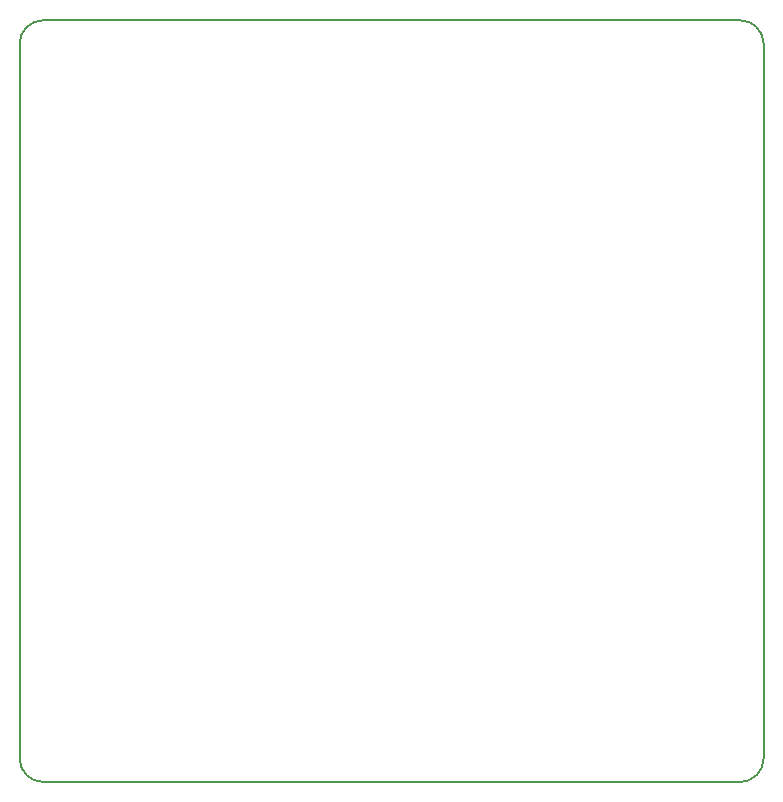
<source format=gbr>
G04 #@! TF.FileFunction,Profile,NP*
%FSLAX46Y46*%
G04 Gerber Fmt 4.6, Leading zero omitted, Abs format (unit mm)*
G04 Created by KiCad (PCBNEW 4.0.7) date 03/26/18 17:29:43*
%MOMM*%
%LPD*%
G01*
G04 APERTURE LIST*
%ADD10C,0.100000*%
%ADD11C,0.150000*%
G04 APERTURE END LIST*
D10*
D11*
X171100000Y-59100000D02*
G75*
G03X169100000Y-57100000I-2000000J0D01*
G01*
X110100000Y-57100000D02*
G75*
G03X108100000Y-59100000I0J-2000000D01*
G01*
X108100000Y-119600000D02*
G75*
G03X110100000Y-121600000I2000000J0D01*
G01*
X169100000Y-121600000D02*
G75*
G03X171100000Y-119600000I0J2000000D01*
G01*
X171100000Y-59100000D02*
X171100000Y-119600000D01*
X110100000Y-57100000D02*
X169100000Y-57100000D01*
X108100000Y-119600000D02*
X108100000Y-59100000D01*
X169100000Y-121600000D02*
X110100000Y-121600000D01*
M02*

</source>
